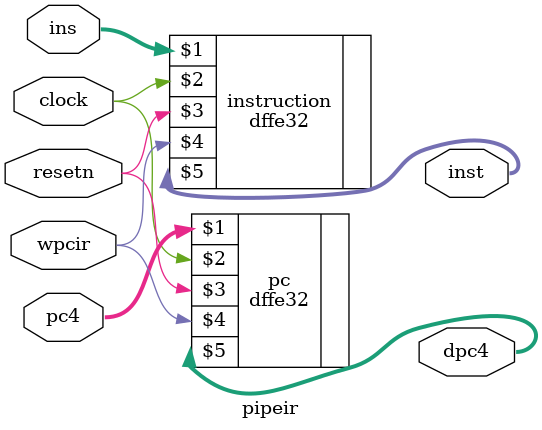
<source format=v>
module pipeir ( pc4,ins,wpcir,clock,resetn,dpc4,inst );
	input [31:0] pc4,ins;
	input wpcir,clock,resetn;
	output [31:0] dpc4,inst;
	
	dffe32 pc(pc4,clock,resetn,wpcir,dpc4);
	dffe32 instruction(ins,clock,resetn,wpcir,inst);

endmodule
</source>
